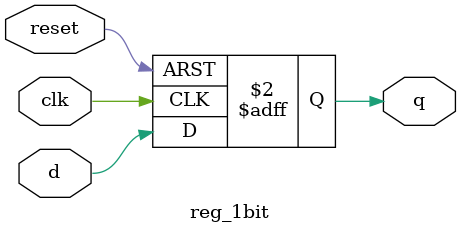
<source format=v>
`timescale 1ns / 1ps

module reg_1bit(clk, reset, d, q);

   input clk, reset, d;
	output reg q;
	
	always @ (posedge clk, posedge reset)
	   if(reset)
		   q <= 1'b0;
		else
		   q <= d;

endmodule

</source>
